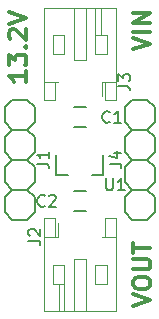
<source format=gto>
G04 #@! TF.GenerationSoftware,KiCad,Pcbnew,5.0.1-33cea8e~68~ubuntu18.04.1*
G04 #@! TF.CreationDate,2018-11-17T13:39:52+01:00*
G04 #@! TF.ProjectId,MCP1702_SOT89_breakoutmodule_JST,4D4350313730325F534F5438395F6272,rev?*
G04 #@! TF.SameCoordinates,Original*
G04 #@! TF.FileFunction,Legend,Top*
G04 #@! TF.FilePolarity,Positive*
%FSLAX46Y46*%
G04 Gerber Fmt 4.6, Leading zero omitted, Abs format (unit mm)*
G04 Created by KiCad (PCBNEW 5.0.1-33cea8e~68~ubuntu18.04.1) date za 17 nov 2018 13:39:52 CET*
%MOMM*%
%LPD*%
G01*
G04 APERTURE LIST*
%ADD10C,0.300000*%
%ADD11C,0.150000*%
%ADD12C,0.152400*%
%ADD13C,0.120000*%
G04 APERTURE END LIST*
D10*
X140378571Y-89842857D02*
X141878571Y-89342857D01*
X140378571Y-88842857D01*
X140378571Y-88057142D02*
X140378571Y-87771428D01*
X140450000Y-87628571D01*
X140592857Y-87485714D01*
X140878571Y-87414285D01*
X141378571Y-87414285D01*
X141664285Y-87485714D01*
X141807142Y-87628571D01*
X141878571Y-87771428D01*
X141878571Y-88057142D01*
X141807142Y-88200000D01*
X141664285Y-88342857D01*
X141378571Y-88414285D01*
X140878571Y-88414285D01*
X140592857Y-88342857D01*
X140450000Y-88200000D01*
X140378571Y-88057142D01*
X140378571Y-86771428D02*
X141592857Y-86771428D01*
X141735714Y-86700000D01*
X141807142Y-86628571D01*
X141878571Y-86485714D01*
X141878571Y-86200000D01*
X141807142Y-86057142D01*
X141735714Y-85985714D01*
X141592857Y-85914285D01*
X140378571Y-85914285D01*
X140378571Y-85414285D02*
X140378571Y-84557142D01*
X141878571Y-84985714D02*
X140378571Y-84985714D01*
X131378571Y-70000000D02*
X131378571Y-70857142D01*
X131378571Y-70428571D02*
X129878571Y-70428571D01*
X130092857Y-70571428D01*
X130235714Y-70714285D01*
X130307142Y-70857142D01*
X129878571Y-69500000D02*
X129878571Y-68571428D01*
X130450000Y-69071428D01*
X130450000Y-68857142D01*
X130521428Y-68714285D01*
X130592857Y-68642857D01*
X130735714Y-68571428D01*
X131092857Y-68571428D01*
X131235714Y-68642857D01*
X131307142Y-68714285D01*
X131378571Y-68857142D01*
X131378571Y-69285714D01*
X131307142Y-69428571D01*
X131235714Y-69500000D01*
X131235714Y-67928571D02*
X131307142Y-67857142D01*
X131378571Y-67928571D01*
X131307142Y-68000000D01*
X131235714Y-67928571D01*
X131378571Y-67928571D01*
X130021428Y-67285714D02*
X129950000Y-67214285D01*
X129878571Y-67071428D01*
X129878571Y-66714285D01*
X129950000Y-66571428D01*
X130021428Y-66500000D01*
X130164285Y-66428571D01*
X130307142Y-66428571D01*
X130521428Y-66500000D01*
X131378571Y-67357142D01*
X131378571Y-66428571D01*
X129878571Y-66000000D02*
X131378571Y-65500000D01*
X129878571Y-65000000D01*
X140378571Y-68142857D02*
X141878571Y-67642857D01*
X140378571Y-67142857D01*
X141878571Y-66642857D02*
X140378571Y-66642857D01*
X141878571Y-65928571D02*
X140378571Y-65928571D01*
X141878571Y-65071428D01*
X140378571Y-65071428D01*
D11*
G04 #@! TO.C,C1*
X135400000Y-74750000D02*
X136400000Y-74750000D01*
X136400000Y-73050000D02*
X135400000Y-73050000D01*
G04 #@! TO.C,C2*
X135400000Y-81850000D02*
X136400000Y-81850000D01*
X136400000Y-80150000D02*
X135400000Y-80150000D01*
D12*
G04 #@! TO.C,J1*
X131445000Y-77470000D02*
X132080000Y-78105000D01*
X132080000Y-78105000D02*
X132080000Y-79375000D01*
X132080000Y-79375000D02*
X131445000Y-80010000D01*
X131445000Y-80010000D02*
X130175000Y-80010000D01*
X130175000Y-80010000D02*
X129540000Y-79375000D01*
X129540000Y-79375000D02*
X129540000Y-78105000D01*
X129540000Y-78105000D02*
X130175000Y-77470000D01*
X132080000Y-73025000D02*
X132080000Y-74295000D01*
X132080000Y-74295000D02*
X131445000Y-74930000D01*
X131445000Y-74930000D02*
X130175000Y-74930000D01*
X130175000Y-74930000D02*
X129540000Y-74295000D01*
X131445000Y-74930000D02*
X132080000Y-75565000D01*
X132080000Y-75565000D02*
X132080000Y-76835000D01*
X132080000Y-76835000D02*
X131445000Y-77470000D01*
X131445000Y-77470000D02*
X130175000Y-77470000D01*
X130175000Y-77470000D02*
X129540000Y-76835000D01*
X129540000Y-76835000D02*
X129540000Y-75565000D01*
X129540000Y-75565000D02*
X130175000Y-74930000D01*
X131445000Y-72390000D02*
X130175000Y-72390000D01*
X132080000Y-73025000D02*
X131445000Y-72390000D01*
X130175000Y-72390000D02*
X129540000Y-73025000D01*
X129540000Y-74295000D02*
X129540000Y-73025000D01*
X132080000Y-80645000D02*
X132080000Y-81915000D01*
X132080000Y-81915000D02*
X131445000Y-82550000D01*
X131445000Y-82550000D02*
X130175000Y-82550000D01*
X130175000Y-82550000D02*
X129540000Y-81915000D01*
X132080000Y-80645000D02*
X131445000Y-80010000D01*
X130175000Y-80010000D02*
X129540000Y-80645000D01*
X129540000Y-81915000D02*
X129540000Y-80645000D01*
G04 #@! TO.C,J4*
X142240000Y-73025000D02*
X142240000Y-74295000D01*
X141605000Y-74930000D02*
X142240000Y-74295000D01*
X139700000Y-74295000D02*
X140335000Y-74930000D01*
X141605000Y-72390000D02*
X142240000Y-73025000D01*
X140335000Y-72390000D02*
X141605000Y-72390000D01*
X139700000Y-73025000D02*
X140335000Y-72390000D01*
X139700000Y-74295000D02*
X139700000Y-73025000D01*
X142240000Y-80645000D02*
X142240000Y-81915000D01*
X141605000Y-82550000D02*
X142240000Y-81915000D01*
X139700000Y-81915000D02*
X140335000Y-82550000D01*
X140335000Y-82550000D02*
X141605000Y-82550000D01*
X142240000Y-79375000D02*
X141605000Y-80010000D01*
X142240000Y-78105000D02*
X142240000Y-79375000D01*
X141605000Y-77470000D02*
X142240000Y-78105000D01*
X140335000Y-77470000D02*
X141605000Y-77470000D01*
X139700000Y-78105000D02*
X140335000Y-77470000D01*
X139700000Y-79375000D02*
X139700000Y-78105000D01*
X140335000Y-80010000D02*
X139700000Y-79375000D01*
X141605000Y-80010000D02*
X142240000Y-80645000D01*
X140335000Y-80010000D02*
X141605000Y-80010000D01*
X139700000Y-80645000D02*
X140335000Y-80010000D01*
X139700000Y-81915000D02*
X139700000Y-80645000D01*
X142240000Y-76835000D02*
X141605000Y-77470000D01*
X142240000Y-75565000D02*
X142240000Y-76835000D01*
X141605000Y-74930000D02*
X142240000Y-75565000D01*
X140335000Y-74930000D02*
X141605000Y-74930000D01*
X139700000Y-75565000D02*
X140335000Y-74930000D01*
X139700000Y-76835000D02*
X139700000Y-75565000D01*
X140335000Y-77470000D02*
X139700000Y-76835000D01*
D11*
G04 #@! TO.C,U1*
X133900000Y-78800000D02*
X133900000Y-77100000D01*
X134900000Y-78800000D02*
X133900000Y-78800000D01*
X137900000Y-78800000D02*
X136900000Y-78800000D01*
X137900000Y-77100000D02*
X137900000Y-78800000D01*
D13*
G04 #@! TO.C,J2*
X134040000Y-84040000D02*
X134040000Y-82825000D01*
X134100000Y-88000000D02*
X134100000Y-90260000D01*
X134600000Y-88000000D02*
X134600000Y-90260000D01*
X137200000Y-86400000D02*
X138200000Y-86400000D01*
X137200000Y-88000000D02*
X137200000Y-86400000D01*
X138200000Y-88000000D02*
X137200000Y-88000000D01*
X138200000Y-86400000D02*
X138200000Y-88000000D01*
X134600000Y-86400000D02*
X133600000Y-86400000D01*
X134600000Y-88000000D02*
X134600000Y-86400000D01*
X133600000Y-88000000D02*
X134600000Y-88000000D01*
X133600000Y-86400000D02*
X133600000Y-88000000D01*
X138960000Y-84040000D02*
X138040000Y-84040000D01*
X132840000Y-84040000D02*
X133760000Y-84040000D01*
X136400000Y-85900000D02*
X136400000Y-90260000D01*
X135400000Y-85900000D02*
X136400000Y-85900000D01*
X135400000Y-90260000D02*
X135400000Y-85900000D01*
X138040000Y-84040000D02*
X137760000Y-84040000D01*
X138040000Y-82440000D02*
X138040000Y-84040000D01*
X138960000Y-82440000D02*
X138040000Y-82440000D01*
X138960000Y-90260000D02*
X138960000Y-82440000D01*
X132840000Y-90260000D02*
X138960000Y-90260000D01*
X132840000Y-82440000D02*
X132840000Y-90260000D01*
X133760000Y-82440000D02*
X132840000Y-82440000D01*
X133760000Y-84040000D02*
X133760000Y-82440000D01*
X134040000Y-84040000D02*
X133760000Y-84040000D01*
G04 #@! TO.C,J3*
X137760000Y-70860000D02*
X138040000Y-70860000D01*
X138040000Y-70860000D02*
X138040000Y-72460000D01*
X138040000Y-72460000D02*
X138960000Y-72460000D01*
X138960000Y-72460000D02*
X138960000Y-64640000D01*
X138960000Y-64640000D02*
X132840000Y-64640000D01*
X132840000Y-64640000D02*
X132840000Y-72460000D01*
X132840000Y-72460000D02*
X133760000Y-72460000D01*
X133760000Y-72460000D02*
X133760000Y-70860000D01*
X133760000Y-70860000D02*
X134040000Y-70860000D01*
X136400000Y-64640000D02*
X136400000Y-69000000D01*
X136400000Y-69000000D02*
X135400000Y-69000000D01*
X135400000Y-69000000D02*
X135400000Y-64640000D01*
X138960000Y-70860000D02*
X138040000Y-70860000D01*
X132840000Y-70860000D02*
X133760000Y-70860000D01*
X138200000Y-68500000D02*
X138200000Y-66900000D01*
X138200000Y-66900000D02*
X137200000Y-66900000D01*
X137200000Y-66900000D02*
X137200000Y-68500000D01*
X137200000Y-68500000D02*
X138200000Y-68500000D01*
X133600000Y-68500000D02*
X133600000Y-66900000D01*
X133600000Y-66900000D02*
X134600000Y-66900000D01*
X134600000Y-66900000D02*
X134600000Y-68500000D01*
X134600000Y-68500000D02*
X133600000Y-68500000D01*
X137200000Y-66900000D02*
X137200000Y-64640000D01*
X137700000Y-66900000D02*
X137700000Y-64640000D01*
X137760000Y-70860000D02*
X137760000Y-72075000D01*
G04 #@! TO.C,C1*
D11*
X138433333Y-74257142D02*
X138385714Y-74304761D01*
X138242857Y-74352380D01*
X138147619Y-74352380D01*
X138004761Y-74304761D01*
X137909523Y-74209523D01*
X137861904Y-74114285D01*
X137814285Y-73923809D01*
X137814285Y-73780952D01*
X137861904Y-73590476D01*
X137909523Y-73495238D01*
X138004761Y-73400000D01*
X138147619Y-73352380D01*
X138242857Y-73352380D01*
X138385714Y-73400000D01*
X138433333Y-73447619D01*
X139385714Y-74352380D02*
X138814285Y-74352380D01*
X139100000Y-74352380D02*
X139100000Y-73352380D01*
X139004761Y-73495238D01*
X138909523Y-73590476D01*
X138814285Y-73638095D01*
G04 #@! TO.C,C2*
X132933333Y-81357142D02*
X132885714Y-81404761D01*
X132742857Y-81452380D01*
X132647619Y-81452380D01*
X132504761Y-81404761D01*
X132409523Y-81309523D01*
X132361904Y-81214285D01*
X132314285Y-81023809D01*
X132314285Y-80880952D01*
X132361904Y-80690476D01*
X132409523Y-80595238D01*
X132504761Y-80500000D01*
X132647619Y-80452380D01*
X132742857Y-80452380D01*
X132885714Y-80500000D01*
X132933333Y-80547619D01*
X133314285Y-80547619D02*
X133361904Y-80500000D01*
X133457142Y-80452380D01*
X133695238Y-80452380D01*
X133790476Y-80500000D01*
X133838095Y-80547619D01*
X133885714Y-80642857D01*
X133885714Y-80738095D01*
X133838095Y-80880952D01*
X133266666Y-81452380D01*
X133885714Y-81452380D01*
G04 #@! TO.C,J1*
X132262380Y-77803333D02*
X132976666Y-77803333D01*
X133119523Y-77850952D01*
X133214761Y-77946190D01*
X133262380Y-78089047D01*
X133262380Y-78184285D01*
X133262380Y-76803333D02*
X133262380Y-77374761D01*
X133262380Y-77089047D02*
X132262380Y-77089047D01*
X132405238Y-77184285D01*
X132500476Y-77279523D01*
X132548095Y-77374761D01*
G04 #@! TO.C,J4*
X138422380Y-77803333D02*
X139136666Y-77803333D01*
X139279523Y-77850952D01*
X139374761Y-77946190D01*
X139422380Y-78089047D01*
X139422380Y-78184285D01*
X138755714Y-76898571D02*
X139422380Y-76898571D01*
X138374761Y-77136666D02*
X139089047Y-77374761D01*
X139089047Y-76755714D01*
G04 #@! TO.C,U1*
X138138095Y-79052380D02*
X138138095Y-79861904D01*
X138185714Y-79957142D01*
X138233333Y-80004761D01*
X138328571Y-80052380D01*
X138519047Y-80052380D01*
X138614285Y-80004761D01*
X138661904Y-79957142D01*
X138709523Y-79861904D01*
X138709523Y-79052380D01*
X139709523Y-80052380D02*
X139138095Y-80052380D01*
X139423809Y-80052380D02*
X139423809Y-79052380D01*
X139328571Y-79195238D01*
X139233333Y-79290476D01*
X139138095Y-79338095D01*
G04 #@! TO.C,J2*
X131552380Y-84333333D02*
X132266666Y-84333333D01*
X132409523Y-84380952D01*
X132504761Y-84476190D01*
X132552380Y-84619047D01*
X132552380Y-84714285D01*
X131647619Y-83904761D02*
X131600000Y-83857142D01*
X131552380Y-83761904D01*
X131552380Y-83523809D01*
X131600000Y-83428571D01*
X131647619Y-83380952D01*
X131742857Y-83333333D01*
X131838095Y-83333333D01*
X131980952Y-83380952D01*
X132552380Y-83952380D01*
X132552380Y-83333333D01*
G04 #@! TO.C,J3*
X139152380Y-71233333D02*
X139866666Y-71233333D01*
X140009523Y-71280952D01*
X140104761Y-71376190D01*
X140152380Y-71519047D01*
X140152380Y-71614285D01*
X139152380Y-70852380D02*
X139152380Y-70233333D01*
X139533333Y-70566666D01*
X139533333Y-70423809D01*
X139580952Y-70328571D01*
X139628571Y-70280952D01*
X139723809Y-70233333D01*
X139961904Y-70233333D01*
X140057142Y-70280952D01*
X140104761Y-70328571D01*
X140152380Y-70423809D01*
X140152380Y-70709523D01*
X140104761Y-70804761D01*
X140057142Y-70852380D01*
G04 #@! TD*
M02*

</source>
